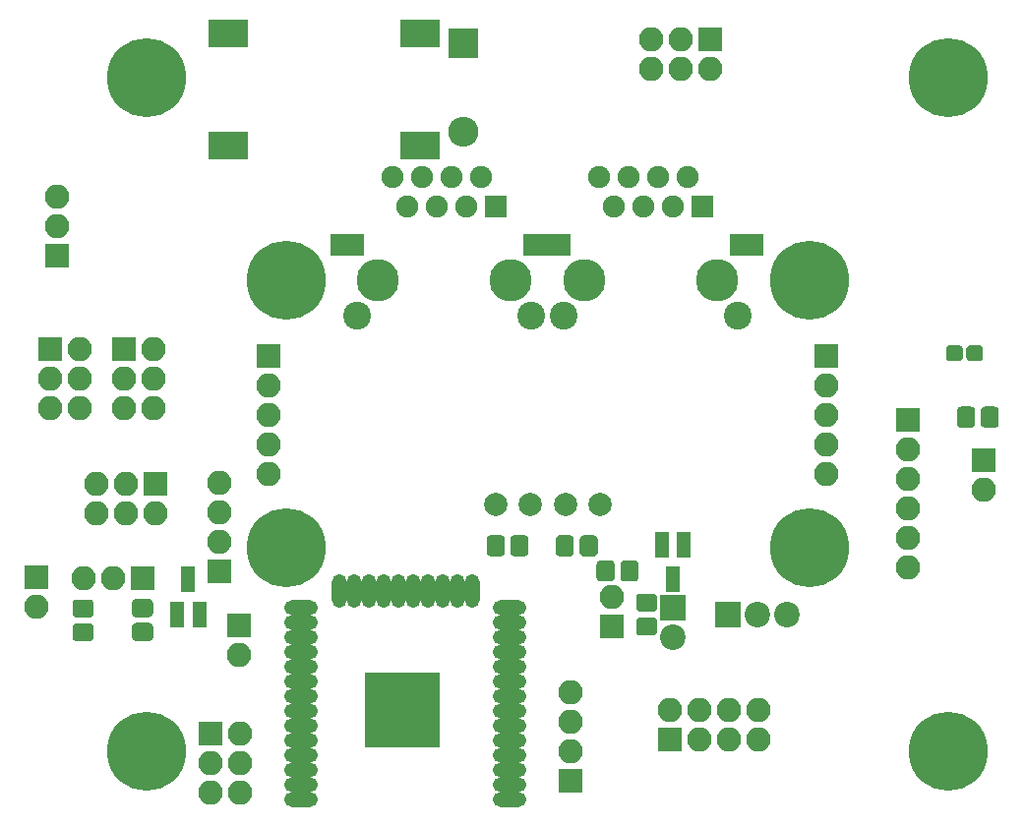
<source format=gbr>
G04 #@! TF.GenerationSoftware,KiCad,Pcbnew,(5.0.0)*
G04 #@! TF.CreationDate,2018-08-08T12:39:15+01:00*
G04 #@! TF.ProjectId,domenode,646F6D656E6F64652E6B696361645F70,rev?*
G04 #@! TF.SameCoordinates,Original*
G04 #@! TF.FileFunction,Soldermask,Bot*
G04 #@! TF.FilePolarity,Negative*
%FSLAX46Y46*%
G04 Gerber Fmt 4.6, Leading zero omitted, Abs format (unit mm)*
G04 Created by KiCad (PCBNEW (5.0.0)) date 08/08/18 12:39:15*
%MOMM*%
%LPD*%
G01*
G04 APERTURE LIST*
%ADD10R,2.940000X1.924000*%
%ADD11R,1.900000X1.900000*%
%ADD12C,1.900000*%
%ADD13C,3.650000*%
%ADD14C,2.400000*%
%ADD15C,6.800000*%
%ADD16R,3.400000X2.400000*%
%ADD17O,2.900000X1.300000*%
%ADD18O,1.300000X2.900000*%
%ADD19R,6.400000X6.400000*%
%ADD20O,2.600000X2.600000*%
%ADD21R,2.600000X2.600000*%
%ADD22C,2.200000*%
%ADD23R,2.200000X2.200000*%
%ADD24C,2.000000*%
%ADD25R,2.100000X2.100000*%
%ADD26O,2.100000X2.100000*%
%ADD27C,0.100000*%
%ADD28C,1.350000*%
%ADD29C,1.550000*%
%ADD30R,1.200000X2.300000*%
G04 APERTURE END LIST*
D10*
G04 #@! TO.C,J19*
X147810000Y-90422000D03*
X131205000Y-90422000D03*
D11*
X144016000Y-87120000D03*
D12*
X141476000Y-87120000D03*
X138936000Y-87120000D03*
X136396000Y-87120000D03*
X142746000Y-84580000D03*
X140206000Y-84580000D03*
X137666000Y-84580000D03*
X135126000Y-84580000D03*
D13*
X133856000Y-93470000D03*
X145286000Y-93470000D03*
D14*
X147066000Y-96520000D03*
X132076000Y-96520000D03*
G04 #@! TD*
D10*
G04 #@! TO.C,J20*
X165594000Y-90422000D03*
X148989000Y-90422000D03*
D11*
X161800000Y-87120000D03*
D12*
X159260000Y-87120000D03*
X156720000Y-87120000D03*
X154180000Y-87120000D03*
X160530000Y-84580000D03*
X157990000Y-84580000D03*
X155450000Y-84580000D03*
X152910000Y-84580000D03*
D13*
X151640000Y-93470000D03*
X163070000Y-93470000D03*
D14*
X164850000Y-96520000D03*
X149860000Y-96520000D03*
G04 #@! TD*
D15*
G04 #@! TO.C,MH8*
X114000000Y-76000000D03*
G04 #@! TD*
D16*
G04 #@! TO.C,U1*
X137484000Y-81868000D03*
X137484000Y-72216000D03*
X120990000Y-72216000D03*
X120959000Y-81868000D03*
G04 #@! TD*
D17*
G04 #@! TO.C,U3*
X145250000Y-138200000D03*
X145250000Y-136930000D03*
X145250000Y-135660000D03*
X145250000Y-134390000D03*
X145250000Y-133120000D03*
X145250000Y-131850000D03*
X145250000Y-130580000D03*
X145250000Y-129310000D03*
X145250000Y-128040000D03*
X145250000Y-126770000D03*
X145250000Y-125500000D03*
X145250000Y-124230000D03*
X145250000Y-122960000D03*
X145250000Y-121690000D03*
D18*
X141965000Y-120200000D03*
X140695000Y-120200000D03*
X139425000Y-120200000D03*
X138155000Y-120200000D03*
X136885000Y-120200000D03*
X135615000Y-120200000D03*
X134345000Y-120200000D03*
X133075000Y-120200000D03*
X131805000Y-120200000D03*
X130535000Y-120200000D03*
D17*
X127250000Y-121690000D03*
X127250000Y-122960000D03*
X127250000Y-124230000D03*
X127250000Y-125500000D03*
X127250000Y-126770000D03*
X127250000Y-128040000D03*
X127250000Y-129310000D03*
X127250000Y-130580000D03*
X127250000Y-131850000D03*
X127250000Y-133120000D03*
X127250000Y-134390000D03*
X127250000Y-135660000D03*
X127250000Y-136930000D03*
X127250000Y-138200000D03*
D19*
X135950000Y-130500000D03*
G04 #@! TD*
D20*
G04 #@! TO.C,D10*
X141224000Y-80645000D03*
D21*
X141224000Y-73025000D03*
G04 #@! TD*
D15*
G04 #@! TO.C,MH6*
X114000000Y-134000000D03*
G04 #@! TD*
D22*
G04 #@! TO.C,D13*
X159250000Y-124240000D03*
D23*
X159250000Y-121700000D03*
G04 #@! TD*
D24*
G04 #@! TO.C,LDR1*
X144000000Y-112750000D03*
X147000000Y-112750000D03*
G04 #@! TD*
G04 #@! TO.C,LDR2*
X153000000Y-112750000D03*
X150000000Y-112750000D03*
G04 #@! TD*
D25*
G04 #@! TO.C,J9*
X119500000Y-132500000D03*
D26*
X122040000Y-132500000D03*
X119500000Y-135040000D03*
X122040000Y-135040000D03*
X119500000Y-137580000D03*
X122040000Y-137580000D03*
G04 #@! TD*
G04 #@! TO.C,J11*
X109670000Y-113540000D03*
X109670000Y-111000000D03*
X112210000Y-113540000D03*
X112210000Y-111000000D03*
X114750000Y-113540000D03*
D25*
X114750000Y-111000000D03*
G04 #@! TD*
G04 #@! TO.C,J21*
X159000000Y-133000000D03*
D26*
X159000000Y-130460000D03*
X161540000Y-133000000D03*
X161540000Y-130460000D03*
X164080000Y-133000000D03*
X164080000Y-130460000D03*
X166620000Y-133000000D03*
X166620000Y-130460000D03*
G04 #@! TD*
D25*
G04 #@! TO.C,J1*
X104500000Y-119000000D03*
D26*
X104500000Y-121540000D03*
G04 #@! TD*
D25*
G04 #@! TO.C,J2*
X113619000Y-119139000D03*
D26*
X111079000Y-119139000D03*
X108539000Y-119139000D03*
G04 #@! TD*
G04 #@! TO.C,J3*
X154000000Y-120710000D03*
D25*
X154000000Y-123250000D03*
G04 #@! TD*
G04 #@! TO.C,J13*
X179500000Y-105500000D03*
D26*
X179500000Y-108040000D03*
X179500000Y-110580000D03*
X179500000Y-113120000D03*
X179500000Y-115660000D03*
X179500000Y-118200000D03*
G04 #@! TD*
G04 #@! TO.C,J15*
X172500000Y-110160000D03*
X172500000Y-107620000D03*
X172500000Y-105080000D03*
X172500000Y-102540000D03*
D25*
X172500000Y-100000000D03*
G04 #@! TD*
G04 #@! TO.C,J16*
X124500000Y-100000000D03*
D26*
X124500000Y-102540000D03*
X124500000Y-105080000D03*
X124500000Y-107620000D03*
X124500000Y-110160000D03*
G04 #@! TD*
G04 #@! TO.C,J17*
X120250000Y-110880000D03*
X120250000Y-113420000D03*
X120250000Y-115960000D03*
D25*
X120250000Y-118500000D03*
G04 #@! TD*
G04 #@! TO.C,J18*
X150500000Y-136600000D03*
D26*
X150500000Y-134060000D03*
X150500000Y-131520000D03*
X150500000Y-128980000D03*
G04 #@! TD*
D15*
G04 #@! TO.C,MH1*
X126000000Y-93500000D03*
G04 #@! TD*
G04 #@! TO.C,MH2*
X171000000Y-93500000D03*
G04 #@! TD*
G04 #@! TO.C,MH3*
X171000000Y-116500000D03*
G04 #@! TD*
G04 #@! TO.C,MH4*
X126000000Y-116500000D03*
G04 #@! TD*
G04 #@! TO.C,MH5*
X183000000Y-134000000D03*
G04 #@! TD*
G04 #@! TO.C,MH7*
X183000000Y-76000000D03*
G04 #@! TD*
D23*
G04 #@! TO.C,U5*
X164000000Y-122250000D03*
D22*
X166540000Y-122250000D03*
X169080000Y-122250000D03*
G04 #@! TD*
D27*
G04 #@! TO.C,C14*
G36*
X183920581Y-99076625D02*
X183953343Y-99081485D01*
X183985471Y-99089533D01*
X184016656Y-99100691D01*
X184046596Y-99114852D01*
X184075005Y-99131879D01*
X184101608Y-99151609D01*
X184126149Y-99173851D01*
X184148391Y-99198392D01*
X184168121Y-99224995D01*
X184185148Y-99253404D01*
X184199309Y-99283344D01*
X184210467Y-99314529D01*
X184218515Y-99346657D01*
X184223375Y-99379419D01*
X184225000Y-99412500D01*
X184225000Y-100087500D01*
X184223375Y-100120581D01*
X184218515Y-100153343D01*
X184210467Y-100185471D01*
X184199309Y-100216656D01*
X184185148Y-100246596D01*
X184168121Y-100275005D01*
X184148391Y-100301608D01*
X184126149Y-100326149D01*
X184101608Y-100348391D01*
X184075005Y-100368121D01*
X184046596Y-100385148D01*
X184016656Y-100399309D01*
X183985471Y-100410467D01*
X183953343Y-100418515D01*
X183920581Y-100423375D01*
X183887500Y-100425000D01*
X183112500Y-100425000D01*
X183079419Y-100423375D01*
X183046657Y-100418515D01*
X183014529Y-100410467D01*
X182983344Y-100399309D01*
X182953404Y-100385148D01*
X182924995Y-100368121D01*
X182898392Y-100348391D01*
X182873851Y-100326149D01*
X182851609Y-100301608D01*
X182831879Y-100275005D01*
X182814852Y-100246596D01*
X182800691Y-100216656D01*
X182789533Y-100185471D01*
X182781485Y-100153343D01*
X182776625Y-100120581D01*
X182775000Y-100087500D01*
X182775000Y-99412500D01*
X182776625Y-99379419D01*
X182781485Y-99346657D01*
X182789533Y-99314529D01*
X182800691Y-99283344D01*
X182814852Y-99253404D01*
X182831879Y-99224995D01*
X182851609Y-99198392D01*
X182873851Y-99173851D01*
X182898392Y-99151609D01*
X182924995Y-99131879D01*
X182953404Y-99114852D01*
X182983344Y-99100691D01*
X183014529Y-99089533D01*
X183046657Y-99081485D01*
X183079419Y-99076625D01*
X183112500Y-99075000D01*
X183887500Y-99075000D01*
X183920581Y-99076625D01*
X183920581Y-99076625D01*
G37*
D28*
X183500000Y-99750000D03*
D27*
G36*
X185670581Y-99076625D02*
X185703343Y-99081485D01*
X185735471Y-99089533D01*
X185766656Y-99100691D01*
X185796596Y-99114852D01*
X185825005Y-99131879D01*
X185851608Y-99151609D01*
X185876149Y-99173851D01*
X185898391Y-99198392D01*
X185918121Y-99224995D01*
X185935148Y-99253404D01*
X185949309Y-99283344D01*
X185960467Y-99314529D01*
X185968515Y-99346657D01*
X185973375Y-99379419D01*
X185975000Y-99412500D01*
X185975000Y-100087500D01*
X185973375Y-100120581D01*
X185968515Y-100153343D01*
X185960467Y-100185471D01*
X185949309Y-100216656D01*
X185935148Y-100246596D01*
X185918121Y-100275005D01*
X185898391Y-100301608D01*
X185876149Y-100326149D01*
X185851608Y-100348391D01*
X185825005Y-100368121D01*
X185796596Y-100385148D01*
X185766656Y-100399309D01*
X185735471Y-100410467D01*
X185703343Y-100418515D01*
X185670581Y-100423375D01*
X185637500Y-100425000D01*
X184862500Y-100425000D01*
X184829419Y-100423375D01*
X184796657Y-100418515D01*
X184764529Y-100410467D01*
X184733344Y-100399309D01*
X184703404Y-100385148D01*
X184674995Y-100368121D01*
X184648392Y-100348391D01*
X184623851Y-100326149D01*
X184601609Y-100301608D01*
X184581879Y-100275005D01*
X184564852Y-100246596D01*
X184550691Y-100216656D01*
X184539533Y-100185471D01*
X184531485Y-100153343D01*
X184526625Y-100120581D01*
X184525000Y-100087500D01*
X184525000Y-99412500D01*
X184526625Y-99379419D01*
X184531485Y-99346657D01*
X184539533Y-99314529D01*
X184550691Y-99283344D01*
X184564852Y-99253404D01*
X184581879Y-99224995D01*
X184601609Y-99198392D01*
X184623851Y-99173851D01*
X184648392Y-99151609D01*
X184674995Y-99131879D01*
X184703404Y-99114852D01*
X184733344Y-99100691D01*
X184764529Y-99089533D01*
X184796657Y-99081485D01*
X184829419Y-99076625D01*
X184862500Y-99075000D01*
X185637500Y-99075000D01*
X185670581Y-99076625D01*
X185670581Y-99076625D01*
G37*
D28*
X185250000Y-99750000D03*
G04 #@! TD*
D25*
G04 #@! TO.C,J4*
X186000000Y-109000000D03*
D26*
X186000000Y-111540000D03*
G04 #@! TD*
G04 #@! TO.C,J5*
X114540000Y-104480000D03*
X112000000Y-104480000D03*
X114540000Y-101940000D03*
X112000000Y-101940000D03*
X114540000Y-99400000D03*
D25*
X112000000Y-99400000D03*
G04 #@! TD*
G04 #@! TO.C,J10*
X105660000Y-99400000D03*
D26*
X108200000Y-99400000D03*
X105660000Y-101940000D03*
X108200000Y-101940000D03*
X105660000Y-104480000D03*
X108200000Y-104480000D03*
G04 #@! TD*
D25*
G04 #@! TO.C,J12*
X162500000Y-72750000D03*
D26*
X162500000Y-75290000D03*
X159960000Y-72750000D03*
X159960000Y-75290000D03*
X157420000Y-72750000D03*
X157420000Y-75290000D03*
G04 #@! TD*
D27*
G04 #@! TO.C,R1*
G36*
X144489071Y-115433623D02*
X144521781Y-115438475D01*
X144553857Y-115446509D01*
X144584991Y-115457649D01*
X144614884Y-115471787D01*
X144643247Y-115488787D01*
X144669807Y-115508485D01*
X144694308Y-115530692D01*
X144716515Y-115555193D01*
X144736213Y-115581753D01*
X144753213Y-115610116D01*
X144767351Y-115640009D01*
X144778491Y-115671143D01*
X144786525Y-115703219D01*
X144791377Y-115735929D01*
X144793000Y-115768956D01*
X144793000Y-116895044D01*
X144791377Y-116928071D01*
X144786525Y-116960781D01*
X144778491Y-116992857D01*
X144767351Y-117023991D01*
X144753213Y-117053884D01*
X144736213Y-117082247D01*
X144716515Y-117108807D01*
X144694308Y-117133308D01*
X144669807Y-117155515D01*
X144643247Y-117175213D01*
X144614884Y-117192213D01*
X144584991Y-117206351D01*
X144553857Y-117217491D01*
X144521781Y-117225525D01*
X144489071Y-117230377D01*
X144456044Y-117232000D01*
X143579956Y-117232000D01*
X143546929Y-117230377D01*
X143514219Y-117225525D01*
X143482143Y-117217491D01*
X143451009Y-117206351D01*
X143421116Y-117192213D01*
X143392753Y-117175213D01*
X143366193Y-117155515D01*
X143341692Y-117133308D01*
X143319485Y-117108807D01*
X143299787Y-117082247D01*
X143282787Y-117053884D01*
X143268649Y-117023991D01*
X143257509Y-116992857D01*
X143249475Y-116960781D01*
X143244623Y-116928071D01*
X143243000Y-116895044D01*
X143243000Y-115768956D01*
X143244623Y-115735929D01*
X143249475Y-115703219D01*
X143257509Y-115671143D01*
X143268649Y-115640009D01*
X143282787Y-115610116D01*
X143299787Y-115581753D01*
X143319485Y-115555193D01*
X143341692Y-115530692D01*
X143366193Y-115508485D01*
X143392753Y-115488787D01*
X143421116Y-115471787D01*
X143451009Y-115457649D01*
X143482143Y-115446509D01*
X143514219Y-115438475D01*
X143546929Y-115433623D01*
X143579956Y-115432000D01*
X144456044Y-115432000D01*
X144489071Y-115433623D01*
X144489071Y-115433623D01*
G37*
D29*
X144018000Y-116332000D03*
D27*
G36*
X146539071Y-115433623D02*
X146571781Y-115438475D01*
X146603857Y-115446509D01*
X146634991Y-115457649D01*
X146664884Y-115471787D01*
X146693247Y-115488787D01*
X146719807Y-115508485D01*
X146744308Y-115530692D01*
X146766515Y-115555193D01*
X146786213Y-115581753D01*
X146803213Y-115610116D01*
X146817351Y-115640009D01*
X146828491Y-115671143D01*
X146836525Y-115703219D01*
X146841377Y-115735929D01*
X146843000Y-115768956D01*
X146843000Y-116895044D01*
X146841377Y-116928071D01*
X146836525Y-116960781D01*
X146828491Y-116992857D01*
X146817351Y-117023991D01*
X146803213Y-117053884D01*
X146786213Y-117082247D01*
X146766515Y-117108807D01*
X146744308Y-117133308D01*
X146719807Y-117155515D01*
X146693247Y-117175213D01*
X146664884Y-117192213D01*
X146634991Y-117206351D01*
X146603857Y-117217491D01*
X146571781Y-117225525D01*
X146539071Y-117230377D01*
X146506044Y-117232000D01*
X145629956Y-117232000D01*
X145596929Y-117230377D01*
X145564219Y-117225525D01*
X145532143Y-117217491D01*
X145501009Y-117206351D01*
X145471116Y-117192213D01*
X145442753Y-117175213D01*
X145416193Y-117155515D01*
X145391692Y-117133308D01*
X145369485Y-117108807D01*
X145349787Y-117082247D01*
X145332787Y-117053884D01*
X145318649Y-117023991D01*
X145307509Y-116992857D01*
X145299475Y-116960781D01*
X145294623Y-116928071D01*
X145293000Y-116895044D01*
X145293000Y-115768956D01*
X145294623Y-115735929D01*
X145299475Y-115703219D01*
X145307509Y-115671143D01*
X145318649Y-115640009D01*
X145332787Y-115610116D01*
X145349787Y-115581753D01*
X145369485Y-115555193D01*
X145391692Y-115530692D01*
X145416193Y-115508485D01*
X145442753Y-115488787D01*
X145471116Y-115471787D01*
X145501009Y-115457649D01*
X145532143Y-115446509D01*
X145564219Y-115438475D01*
X145596929Y-115433623D01*
X145629956Y-115432000D01*
X146506044Y-115432000D01*
X146539071Y-115433623D01*
X146539071Y-115433623D01*
G37*
D29*
X146068000Y-116332000D03*
G04 #@! TD*
D27*
G04 #@! TO.C,R2*
G36*
X109096071Y-123001623D02*
X109128781Y-123006475D01*
X109160857Y-123014509D01*
X109191991Y-123025649D01*
X109221884Y-123039787D01*
X109250247Y-123056787D01*
X109276807Y-123076485D01*
X109301308Y-123098692D01*
X109323515Y-123123193D01*
X109343213Y-123149753D01*
X109360213Y-123178116D01*
X109374351Y-123208009D01*
X109385491Y-123239143D01*
X109393525Y-123271219D01*
X109398377Y-123303929D01*
X109400000Y-123336956D01*
X109400000Y-124213044D01*
X109398377Y-124246071D01*
X109393525Y-124278781D01*
X109385491Y-124310857D01*
X109374351Y-124341991D01*
X109360213Y-124371884D01*
X109343213Y-124400247D01*
X109323515Y-124426807D01*
X109301308Y-124451308D01*
X109276807Y-124473515D01*
X109250247Y-124493213D01*
X109221884Y-124510213D01*
X109191991Y-124524351D01*
X109160857Y-124535491D01*
X109128781Y-124543525D01*
X109096071Y-124548377D01*
X109063044Y-124550000D01*
X107936956Y-124550000D01*
X107903929Y-124548377D01*
X107871219Y-124543525D01*
X107839143Y-124535491D01*
X107808009Y-124524351D01*
X107778116Y-124510213D01*
X107749753Y-124493213D01*
X107723193Y-124473515D01*
X107698692Y-124451308D01*
X107676485Y-124426807D01*
X107656787Y-124400247D01*
X107639787Y-124371884D01*
X107625649Y-124341991D01*
X107614509Y-124310857D01*
X107606475Y-124278781D01*
X107601623Y-124246071D01*
X107600000Y-124213044D01*
X107600000Y-123336956D01*
X107601623Y-123303929D01*
X107606475Y-123271219D01*
X107614509Y-123239143D01*
X107625649Y-123208009D01*
X107639787Y-123178116D01*
X107656787Y-123149753D01*
X107676485Y-123123193D01*
X107698692Y-123098692D01*
X107723193Y-123076485D01*
X107749753Y-123056787D01*
X107778116Y-123039787D01*
X107808009Y-123025649D01*
X107839143Y-123014509D01*
X107871219Y-123006475D01*
X107903929Y-123001623D01*
X107936956Y-123000000D01*
X109063044Y-123000000D01*
X109096071Y-123001623D01*
X109096071Y-123001623D01*
G37*
D29*
X108500000Y-123775000D03*
D27*
G36*
X109096071Y-120951623D02*
X109128781Y-120956475D01*
X109160857Y-120964509D01*
X109191991Y-120975649D01*
X109221884Y-120989787D01*
X109250247Y-121006787D01*
X109276807Y-121026485D01*
X109301308Y-121048692D01*
X109323515Y-121073193D01*
X109343213Y-121099753D01*
X109360213Y-121128116D01*
X109374351Y-121158009D01*
X109385491Y-121189143D01*
X109393525Y-121221219D01*
X109398377Y-121253929D01*
X109400000Y-121286956D01*
X109400000Y-122163044D01*
X109398377Y-122196071D01*
X109393525Y-122228781D01*
X109385491Y-122260857D01*
X109374351Y-122291991D01*
X109360213Y-122321884D01*
X109343213Y-122350247D01*
X109323515Y-122376807D01*
X109301308Y-122401308D01*
X109276807Y-122423515D01*
X109250247Y-122443213D01*
X109221884Y-122460213D01*
X109191991Y-122474351D01*
X109160857Y-122485491D01*
X109128781Y-122493525D01*
X109096071Y-122498377D01*
X109063044Y-122500000D01*
X107936956Y-122500000D01*
X107903929Y-122498377D01*
X107871219Y-122493525D01*
X107839143Y-122485491D01*
X107808009Y-122474351D01*
X107778116Y-122460213D01*
X107749753Y-122443213D01*
X107723193Y-122423515D01*
X107698692Y-122401308D01*
X107676485Y-122376807D01*
X107656787Y-122350247D01*
X107639787Y-122321884D01*
X107625649Y-122291991D01*
X107614509Y-122260857D01*
X107606475Y-122228781D01*
X107601623Y-122196071D01*
X107600000Y-122163044D01*
X107600000Y-121286956D01*
X107601623Y-121253929D01*
X107606475Y-121221219D01*
X107614509Y-121189143D01*
X107625649Y-121158009D01*
X107639787Y-121128116D01*
X107656787Y-121099753D01*
X107676485Y-121073193D01*
X107698692Y-121048692D01*
X107723193Y-121026485D01*
X107749753Y-121006787D01*
X107778116Y-120989787D01*
X107808009Y-120975649D01*
X107839143Y-120964509D01*
X107871219Y-120956475D01*
X107903929Y-120951623D01*
X107936956Y-120950000D01*
X109063044Y-120950000D01*
X109096071Y-120951623D01*
X109096071Y-120951623D01*
G37*
D29*
X108500000Y-121725000D03*
G04 #@! TD*
D27*
G04 #@! TO.C,R3*
G36*
X114215071Y-122976623D02*
X114247781Y-122981475D01*
X114279857Y-122989509D01*
X114310991Y-123000649D01*
X114340884Y-123014787D01*
X114369247Y-123031787D01*
X114395807Y-123051485D01*
X114420308Y-123073692D01*
X114442515Y-123098193D01*
X114462213Y-123124753D01*
X114479213Y-123153116D01*
X114493351Y-123183009D01*
X114504491Y-123214143D01*
X114512525Y-123246219D01*
X114517377Y-123278929D01*
X114519000Y-123311956D01*
X114519000Y-124188044D01*
X114517377Y-124221071D01*
X114512525Y-124253781D01*
X114504491Y-124285857D01*
X114493351Y-124316991D01*
X114479213Y-124346884D01*
X114462213Y-124375247D01*
X114442515Y-124401807D01*
X114420308Y-124426308D01*
X114395807Y-124448515D01*
X114369247Y-124468213D01*
X114340884Y-124485213D01*
X114310991Y-124499351D01*
X114279857Y-124510491D01*
X114247781Y-124518525D01*
X114215071Y-124523377D01*
X114182044Y-124525000D01*
X113055956Y-124525000D01*
X113022929Y-124523377D01*
X112990219Y-124518525D01*
X112958143Y-124510491D01*
X112927009Y-124499351D01*
X112897116Y-124485213D01*
X112868753Y-124468213D01*
X112842193Y-124448515D01*
X112817692Y-124426308D01*
X112795485Y-124401807D01*
X112775787Y-124375247D01*
X112758787Y-124346884D01*
X112744649Y-124316991D01*
X112733509Y-124285857D01*
X112725475Y-124253781D01*
X112720623Y-124221071D01*
X112719000Y-124188044D01*
X112719000Y-123311956D01*
X112720623Y-123278929D01*
X112725475Y-123246219D01*
X112733509Y-123214143D01*
X112744649Y-123183009D01*
X112758787Y-123153116D01*
X112775787Y-123124753D01*
X112795485Y-123098193D01*
X112817692Y-123073692D01*
X112842193Y-123051485D01*
X112868753Y-123031787D01*
X112897116Y-123014787D01*
X112927009Y-123000649D01*
X112958143Y-122989509D01*
X112990219Y-122981475D01*
X113022929Y-122976623D01*
X113055956Y-122975000D01*
X114182044Y-122975000D01*
X114215071Y-122976623D01*
X114215071Y-122976623D01*
G37*
D29*
X113619000Y-123750000D03*
D27*
G36*
X114215071Y-120926623D02*
X114247781Y-120931475D01*
X114279857Y-120939509D01*
X114310991Y-120950649D01*
X114340884Y-120964787D01*
X114369247Y-120981787D01*
X114395807Y-121001485D01*
X114420308Y-121023692D01*
X114442515Y-121048193D01*
X114462213Y-121074753D01*
X114479213Y-121103116D01*
X114493351Y-121133009D01*
X114504491Y-121164143D01*
X114512525Y-121196219D01*
X114517377Y-121228929D01*
X114519000Y-121261956D01*
X114519000Y-122138044D01*
X114517377Y-122171071D01*
X114512525Y-122203781D01*
X114504491Y-122235857D01*
X114493351Y-122266991D01*
X114479213Y-122296884D01*
X114462213Y-122325247D01*
X114442515Y-122351807D01*
X114420308Y-122376308D01*
X114395807Y-122398515D01*
X114369247Y-122418213D01*
X114340884Y-122435213D01*
X114310991Y-122449351D01*
X114279857Y-122460491D01*
X114247781Y-122468525D01*
X114215071Y-122473377D01*
X114182044Y-122475000D01*
X113055956Y-122475000D01*
X113022929Y-122473377D01*
X112990219Y-122468525D01*
X112958143Y-122460491D01*
X112927009Y-122449351D01*
X112897116Y-122435213D01*
X112868753Y-122418213D01*
X112842193Y-122398515D01*
X112817692Y-122376308D01*
X112795485Y-122351807D01*
X112775787Y-122325247D01*
X112758787Y-122296884D01*
X112744649Y-122266991D01*
X112733509Y-122235857D01*
X112725475Y-122203781D01*
X112720623Y-122171071D01*
X112719000Y-122138044D01*
X112719000Y-121261956D01*
X112720623Y-121228929D01*
X112725475Y-121196219D01*
X112733509Y-121164143D01*
X112744649Y-121133009D01*
X112758787Y-121103116D01*
X112775787Y-121074753D01*
X112795485Y-121048193D01*
X112817692Y-121023692D01*
X112842193Y-121001485D01*
X112868753Y-120981787D01*
X112897116Y-120964787D01*
X112927009Y-120950649D01*
X112958143Y-120939509D01*
X112990219Y-120931475D01*
X113022929Y-120926623D01*
X113055956Y-120925000D01*
X114182044Y-120925000D01*
X114215071Y-120926623D01*
X114215071Y-120926623D01*
G37*
D29*
X113619000Y-121700000D03*
G04 #@! TD*
D27*
G04 #@! TO.C,R4*
G36*
X150446071Y-115433623D02*
X150478781Y-115438475D01*
X150510857Y-115446509D01*
X150541991Y-115457649D01*
X150571884Y-115471787D01*
X150600247Y-115488787D01*
X150626807Y-115508485D01*
X150651308Y-115530692D01*
X150673515Y-115555193D01*
X150693213Y-115581753D01*
X150710213Y-115610116D01*
X150724351Y-115640009D01*
X150735491Y-115671143D01*
X150743525Y-115703219D01*
X150748377Y-115735929D01*
X150750000Y-115768956D01*
X150750000Y-116895044D01*
X150748377Y-116928071D01*
X150743525Y-116960781D01*
X150735491Y-116992857D01*
X150724351Y-117023991D01*
X150710213Y-117053884D01*
X150693213Y-117082247D01*
X150673515Y-117108807D01*
X150651308Y-117133308D01*
X150626807Y-117155515D01*
X150600247Y-117175213D01*
X150571884Y-117192213D01*
X150541991Y-117206351D01*
X150510857Y-117217491D01*
X150478781Y-117225525D01*
X150446071Y-117230377D01*
X150413044Y-117232000D01*
X149536956Y-117232000D01*
X149503929Y-117230377D01*
X149471219Y-117225525D01*
X149439143Y-117217491D01*
X149408009Y-117206351D01*
X149378116Y-117192213D01*
X149349753Y-117175213D01*
X149323193Y-117155515D01*
X149298692Y-117133308D01*
X149276485Y-117108807D01*
X149256787Y-117082247D01*
X149239787Y-117053884D01*
X149225649Y-117023991D01*
X149214509Y-116992857D01*
X149206475Y-116960781D01*
X149201623Y-116928071D01*
X149200000Y-116895044D01*
X149200000Y-115768956D01*
X149201623Y-115735929D01*
X149206475Y-115703219D01*
X149214509Y-115671143D01*
X149225649Y-115640009D01*
X149239787Y-115610116D01*
X149256787Y-115581753D01*
X149276485Y-115555193D01*
X149298692Y-115530692D01*
X149323193Y-115508485D01*
X149349753Y-115488787D01*
X149378116Y-115471787D01*
X149408009Y-115457649D01*
X149439143Y-115446509D01*
X149471219Y-115438475D01*
X149503929Y-115433623D01*
X149536956Y-115432000D01*
X150413044Y-115432000D01*
X150446071Y-115433623D01*
X150446071Y-115433623D01*
G37*
D29*
X149975000Y-116332000D03*
D27*
G36*
X152496071Y-115433623D02*
X152528781Y-115438475D01*
X152560857Y-115446509D01*
X152591991Y-115457649D01*
X152621884Y-115471787D01*
X152650247Y-115488787D01*
X152676807Y-115508485D01*
X152701308Y-115530692D01*
X152723515Y-115555193D01*
X152743213Y-115581753D01*
X152760213Y-115610116D01*
X152774351Y-115640009D01*
X152785491Y-115671143D01*
X152793525Y-115703219D01*
X152798377Y-115735929D01*
X152800000Y-115768956D01*
X152800000Y-116895044D01*
X152798377Y-116928071D01*
X152793525Y-116960781D01*
X152785491Y-116992857D01*
X152774351Y-117023991D01*
X152760213Y-117053884D01*
X152743213Y-117082247D01*
X152723515Y-117108807D01*
X152701308Y-117133308D01*
X152676807Y-117155515D01*
X152650247Y-117175213D01*
X152621884Y-117192213D01*
X152591991Y-117206351D01*
X152560857Y-117217491D01*
X152528781Y-117225525D01*
X152496071Y-117230377D01*
X152463044Y-117232000D01*
X151586956Y-117232000D01*
X151553929Y-117230377D01*
X151521219Y-117225525D01*
X151489143Y-117217491D01*
X151458009Y-117206351D01*
X151428116Y-117192213D01*
X151399753Y-117175213D01*
X151373193Y-117155515D01*
X151348692Y-117133308D01*
X151326485Y-117108807D01*
X151306787Y-117082247D01*
X151289787Y-117053884D01*
X151275649Y-117023991D01*
X151264509Y-116992857D01*
X151256475Y-116960781D01*
X151251623Y-116928071D01*
X151250000Y-116895044D01*
X151250000Y-115768956D01*
X151251623Y-115735929D01*
X151256475Y-115703219D01*
X151264509Y-115671143D01*
X151275649Y-115640009D01*
X151289787Y-115610116D01*
X151306787Y-115581753D01*
X151326485Y-115555193D01*
X151348692Y-115530692D01*
X151373193Y-115508485D01*
X151399753Y-115488787D01*
X151428116Y-115471787D01*
X151458009Y-115457649D01*
X151489143Y-115446509D01*
X151521219Y-115438475D01*
X151553929Y-115433623D01*
X151586956Y-115432000D01*
X152463044Y-115432000D01*
X152496071Y-115433623D01*
X152496071Y-115433623D01*
G37*
D29*
X152025000Y-116332000D03*
G04 #@! TD*
D27*
G04 #@! TO.C,R15*
G36*
X153946071Y-117601623D02*
X153978781Y-117606475D01*
X154010857Y-117614509D01*
X154041991Y-117625649D01*
X154071884Y-117639787D01*
X154100247Y-117656787D01*
X154126807Y-117676485D01*
X154151308Y-117698692D01*
X154173515Y-117723193D01*
X154193213Y-117749753D01*
X154210213Y-117778116D01*
X154224351Y-117808009D01*
X154235491Y-117839143D01*
X154243525Y-117871219D01*
X154248377Y-117903929D01*
X154250000Y-117936956D01*
X154250000Y-119063044D01*
X154248377Y-119096071D01*
X154243525Y-119128781D01*
X154235491Y-119160857D01*
X154224351Y-119191991D01*
X154210213Y-119221884D01*
X154193213Y-119250247D01*
X154173515Y-119276807D01*
X154151308Y-119301308D01*
X154126807Y-119323515D01*
X154100247Y-119343213D01*
X154071884Y-119360213D01*
X154041991Y-119374351D01*
X154010857Y-119385491D01*
X153978781Y-119393525D01*
X153946071Y-119398377D01*
X153913044Y-119400000D01*
X153036956Y-119400000D01*
X153003929Y-119398377D01*
X152971219Y-119393525D01*
X152939143Y-119385491D01*
X152908009Y-119374351D01*
X152878116Y-119360213D01*
X152849753Y-119343213D01*
X152823193Y-119323515D01*
X152798692Y-119301308D01*
X152776485Y-119276807D01*
X152756787Y-119250247D01*
X152739787Y-119221884D01*
X152725649Y-119191991D01*
X152714509Y-119160857D01*
X152706475Y-119128781D01*
X152701623Y-119096071D01*
X152700000Y-119063044D01*
X152700000Y-117936956D01*
X152701623Y-117903929D01*
X152706475Y-117871219D01*
X152714509Y-117839143D01*
X152725649Y-117808009D01*
X152739787Y-117778116D01*
X152756787Y-117749753D01*
X152776485Y-117723193D01*
X152798692Y-117698692D01*
X152823193Y-117676485D01*
X152849753Y-117656787D01*
X152878116Y-117639787D01*
X152908009Y-117625649D01*
X152939143Y-117614509D01*
X152971219Y-117606475D01*
X153003929Y-117601623D01*
X153036956Y-117600000D01*
X153913044Y-117600000D01*
X153946071Y-117601623D01*
X153946071Y-117601623D01*
G37*
D29*
X153475000Y-118500000D03*
D27*
G36*
X155996071Y-117601623D02*
X156028781Y-117606475D01*
X156060857Y-117614509D01*
X156091991Y-117625649D01*
X156121884Y-117639787D01*
X156150247Y-117656787D01*
X156176807Y-117676485D01*
X156201308Y-117698692D01*
X156223515Y-117723193D01*
X156243213Y-117749753D01*
X156260213Y-117778116D01*
X156274351Y-117808009D01*
X156285491Y-117839143D01*
X156293525Y-117871219D01*
X156298377Y-117903929D01*
X156300000Y-117936956D01*
X156300000Y-119063044D01*
X156298377Y-119096071D01*
X156293525Y-119128781D01*
X156285491Y-119160857D01*
X156274351Y-119191991D01*
X156260213Y-119221884D01*
X156243213Y-119250247D01*
X156223515Y-119276807D01*
X156201308Y-119301308D01*
X156176807Y-119323515D01*
X156150247Y-119343213D01*
X156121884Y-119360213D01*
X156091991Y-119374351D01*
X156060857Y-119385491D01*
X156028781Y-119393525D01*
X155996071Y-119398377D01*
X155963044Y-119400000D01*
X155086956Y-119400000D01*
X155053929Y-119398377D01*
X155021219Y-119393525D01*
X154989143Y-119385491D01*
X154958009Y-119374351D01*
X154928116Y-119360213D01*
X154899753Y-119343213D01*
X154873193Y-119323515D01*
X154848692Y-119301308D01*
X154826485Y-119276807D01*
X154806787Y-119250247D01*
X154789787Y-119221884D01*
X154775649Y-119191991D01*
X154764509Y-119160857D01*
X154756475Y-119128781D01*
X154751623Y-119096071D01*
X154750000Y-119063044D01*
X154750000Y-117936956D01*
X154751623Y-117903929D01*
X154756475Y-117871219D01*
X154764509Y-117839143D01*
X154775649Y-117808009D01*
X154789787Y-117778116D01*
X154806787Y-117749753D01*
X154826485Y-117723193D01*
X154848692Y-117698692D01*
X154873193Y-117676485D01*
X154899753Y-117656787D01*
X154928116Y-117639787D01*
X154958009Y-117625649D01*
X154989143Y-117614509D01*
X155021219Y-117606475D01*
X155053929Y-117601623D01*
X155086956Y-117600000D01*
X155963044Y-117600000D01*
X155996071Y-117601623D01*
X155996071Y-117601623D01*
G37*
D29*
X155525000Y-118500000D03*
G04 #@! TD*
D27*
G04 #@! TO.C,R16*
G36*
X157596071Y-122501623D02*
X157628781Y-122506475D01*
X157660857Y-122514509D01*
X157691991Y-122525649D01*
X157721884Y-122539787D01*
X157750247Y-122556787D01*
X157776807Y-122576485D01*
X157801308Y-122598692D01*
X157823515Y-122623193D01*
X157843213Y-122649753D01*
X157860213Y-122678116D01*
X157874351Y-122708009D01*
X157885491Y-122739143D01*
X157893525Y-122771219D01*
X157898377Y-122803929D01*
X157900000Y-122836956D01*
X157900000Y-123713044D01*
X157898377Y-123746071D01*
X157893525Y-123778781D01*
X157885491Y-123810857D01*
X157874351Y-123841991D01*
X157860213Y-123871884D01*
X157843213Y-123900247D01*
X157823515Y-123926807D01*
X157801308Y-123951308D01*
X157776807Y-123973515D01*
X157750247Y-123993213D01*
X157721884Y-124010213D01*
X157691991Y-124024351D01*
X157660857Y-124035491D01*
X157628781Y-124043525D01*
X157596071Y-124048377D01*
X157563044Y-124050000D01*
X156436956Y-124050000D01*
X156403929Y-124048377D01*
X156371219Y-124043525D01*
X156339143Y-124035491D01*
X156308009Y-124024351D01*
X156278116Y-124010213D01*
X156249753Y-123993213D01*
X156223193Y-123973515D01*
X156198692Y-123951308D01*
X156176485Y-123926807D01*
X156156787Y-123900247D01*
X156139787Y-123871884D01*
X156125649Y-123841991D01*
X156114509Y-123810857D01*
X156106475Y-123778781D01*
X156101623Y-123746071D01*
X156100000Y-123713044D01*
X156100000Y-122836956D01*
X156101623Y-122803929D01*
X156106475Y-122771219D01*
X156114509Y-122739143D01*
X156125649Y-122708009D01*
X156139787Y-122678116D01*
X156156787Y-122649753D01*
X156176485Y-122623193D01*
X156198692Y-122598692D01*
X156223193Y-122576485D01*
X156249753Y-122556787D01*
X156278116Y-122539787D01*
X156308009Y-122525649D01*
X156339143Y-122514509D01*
X156371219Y-122506475D01*
X156403929Y-122501623D01*
X156436956Y-122500000D01*
X157563044Y-122500000D01*
X157596071Y-122501623D01*
X157596071Y-122501623D01*
G37*
D29*
X157000000Y-123275000D03*
D27*
G36*
X157596071Y-120451623D02*
X157628781Y-120456475D01*
X157660857Y-120464509D01*
X157691991Y-120475649D01*
X157721884Y-120489787D01*
X157750247Y-120506787D01*
X157776807Y-120526485D01*
X157801308Y-120548692D01*
X157823515Y-120573193D01*
X157843213Y-120599753D01*
X157860213Y-120628116D01*
X157874351Y-120658009D01*
X157885491Y-120689143D01*
X157893525Y-120721219D01*
X157898377Y-120753929D01*
X157900000Y-120786956D01*
X157900000Y-121663044D01*
X157898377Y-121696071D01*
X157893525Y-121728781D01*
X157885491Y-121760857D01*
X157874351Y-121791991D01*
X157860213Y-121821884D01*
X157843213Y-121850247D01*
X157823515Y-121876807D01*
X157801308Y-121901308D01*
X157776807Y-121923515D01*
X157750247Y-121943213D01*
X157721884Y-121960213D01*
X157691991Y-121974351D01*
X157660857Y-121985491D01*
X157628781Y-121993525D01*
X157596071Y-121998377D01*
X157563044Y-122000000D01*
X156436956Y-122000000D01*
X156403929Y-121998377D01*
X156371219Y-121993525D01*
X156339143Y-121985491D01*
X156308009Y-121974351D01*
X156278116Y-121960213D01*
X156249753Y-121943213D01*
X156223193Y-121923515D01*
X156198692Y-121901308D01*
X156176485Y-121876807D01*
X156156787Y-121850247D01*
X156139787Y-121821884D01*
X156125649Y-121791991D01*
X156114509Y-121760857D01*
X156106475Y-121728781D01*
X156101623Y-121696071D01*
X156100000Y-121663044D01*
X156100000Y-120786956D01*
X156101623Y-120753929D01*
X156106475Y-120721219D01*
X156114509Y-120689143D01*
X156125649Y-120658009D01*
X156139787Y-120628116D01*
X156156787Y-120599753D01*
X156176485Y-120573193D01*
X156198692Y-120548692D01*
X156223193Y-120526485D01*
X156249753Y-120506787D01*
X156278116Y-120489787D01*
X156308009Y-120475649D01*
X156339143Y-120464509D01*
X156371219Y-120456475D01*
X156403929Y-120451623D01*
X156436956Y-120450000D01*
X157563044Y-120450000D01*
X157596071Y-120451623D01*
X157596071Y-120451623D01*
G37*
D29*
X157000000Y-121225000D03*
G04 #@! TD*
D27*
G04 #@! TO.C,R17*
G36*
X184971071Y-104351623D02*
X185003781Y-104356475D01*
X185035857Y-104364509D01*
X185066991Y-104375649D01*
X185096884Y-104389787D01*
X185125247Y-104406787D01*
X185151807Y-104426485D01*
X185176308Y-104448692D01*
X185198515Y-104473193D01*
X185218213Y-104499753D01*
X185235213Y-104528116D01*
X185249351Y-104558009D01*
X185260491Y-104589143D01*
X185268525Y-104621219D01*
X185273377Y-104653929D01*
X185275000Y-104686956D01*
X185275000Y-105813044D01*
X185273377Y-105846071D01*
X185268525Y-105878781D01*
X185260491Y-105910857D01*
X185249351Y-105941991D01*
X185235213Y-105971884D01*
X185218213Y-106000247D01*
X185198515Y-106026807D01*
X185176308Y-106051308D01*
X185151807Y-106073515D01*
X185125247Y-106093213D01*
X185096884Y-106110213D01*
X185066991Y-106124351D01*
X185035857Y-106135491D01*
X185003781Y-106143525D01*
X184971071Y-106148377D01*
X184938044Y-106150000D01*
X184061956Y-106150000D01*
X184028929Y-106148377D01*
X183996219Y-106143525D01*
X183964143Y-106135491D01*
X183933009Y-106124351D01*
X183903116Y-106110213D01*
X183874753Y-106093213D01*
X183848193Y-106073515D01*
X183823692Y-106051308D01*
X183801485Y-106026807D01*
X183781787Y-106000247D01*
X183764787Y-105971884D01*
X183750649Y-105941991D01*
X183739509Y-105910857D01*
X183731475Y-105878781D01*
X183726623Y-105846071D01*
X183725000Y-105813044D01*
X183725000Y-104686956D01*
X183726623Y-104653929D01*
X183731475Y-104621219D01*
X183739509Y-104589143D01*
X183750649Y-104558009D01*
X183764787Y-104528116D01*
X183781787Y-104499753D01*
X183801485Y-104473193D01*
X183823692Y-104448692D01*
X183848193Y-104426485D01*
X183874753Y-104406787D01*
X183903116Y-104389787D01*
X183933009Y-104375649D01*
X183964143Y-104364509D01*
X183996219Y-104356475D01*
X184028929Y-104351623D01*
X184061956Y-104350000D01*
X184938044Y-104350000D01*
X184971071Y-104351623D01*
X184971071Y-104351623D01*
G37*
D29*
X184500000Y-105250000D03*
D27*
G36*
X187021071Y-104351623D02*
X187053781Y-104356475D01*
X187085857Y-104364509D01*
X187116991Y-104375649D01*
X187146884Y-104389787D01*
X187175247Y-104406787D01*
X187201807Y-104426485D01*
X187226308Y-104448692D01*
X187248515Y-104473193D01*
X187268213Y-104499753D01*
X187285213Y-104528116D01*
X187299351Y-104558009D01*
X187310491Y-104589143D01*
X187318525Y-104621219D01*
X187323377Y-104653929D01*
X187325000Y-104686956D01*
X187325000Y-105813044D01*
X187323377Y-105846071D01*
X187318525Y-105878781D01*
X187310491Y-105910857D01*
X187299351Y-105941991D01*
X187285213Y-105971884D01*
X187268213Y-106000247D01*
X187248515Y-106026807D01*
X187226308Y-106051308D01*
X187201807Y-106073515D01*
X187175247Y-106093213D01*
X187146884Y-106110213D01*
X187116991Y-106124351D01*
X187085857Y-106135491D01*
X187053781Y-106143525D01*
X187021071Y-106148377D01*
X186988044Y-106150000D01*
X186111956Y-106150000D01*
X186078929Y-106148377D01*
X186046219Y-106143525D01*
X186014143Y-106135491D01*
X185983009Y-106124351D01*
X185953116Y-106110213D01*
X185924753Y-106093213D01*
X185898193Y-106073515D01*
X185873692Y-106051308D01*
X185851485Y-106026807D01*
X185831787Y-106000247D01*
X185814787Y-105971884D01*
X185800649Y-105941991D01*
X185789509Y-105910857D01*
X185781475Y-105878781D01*
X185776623Y-105846071D01*
X185775000Y-105813044D01*
X185775000Y-104686956D01*
X185776623Y-104653929D01*
X185781475Y-104621219D01*
X185789509Y-104589143D01*
X185800649Y-104558009D01*
X185814787Y-104528116D01*
X185831787Y-104499753D01*
X185851485Y-104473193D01*
X185873692Y-104448692D01*
X185898193Y-104426485D01*
X185924753Y-104406787D01*
X185953116Y-104389787D01*
X185983009Y-104375649D01*
X186014143Y-104364509D01*
X186046219Y-104356475D01*
X186078929Y-104351623D01*
X186111956Y-104350000D01*
X186988044Y-104350000D01*
X187021071Y-104351623D01*
X187021071Y-104351623D01*
G37*
D29*
X186550000Y-105250000D03*
G04 #@! TD*
D25*
G04 #@! TO.C,LS1*
X121920000Y-123190000D03*
D26*
X121920000Y-125730000D03*
G04 #@! TD*
D25*
G04 #@! TO.C,J6*
X106250000Y-91330000D03*
D26*
X106250000Y-88790000D03*
X106250000Y-86250000D03*
G04 #@! TD*
D30*
G04 #@! TO.C,Q2*
X158300000Y-116250000D03*
X160200000Y-116250000D03*
X159250000Y-119250000D03*
G04 #@! TD*
G04 #@! TO.C,Q1*
X118500000Y-122250000D03*
X116600000Y-122250000D03*
X117550000Y-119250000D03*
G04 #@! TD*
M02*

</source>
